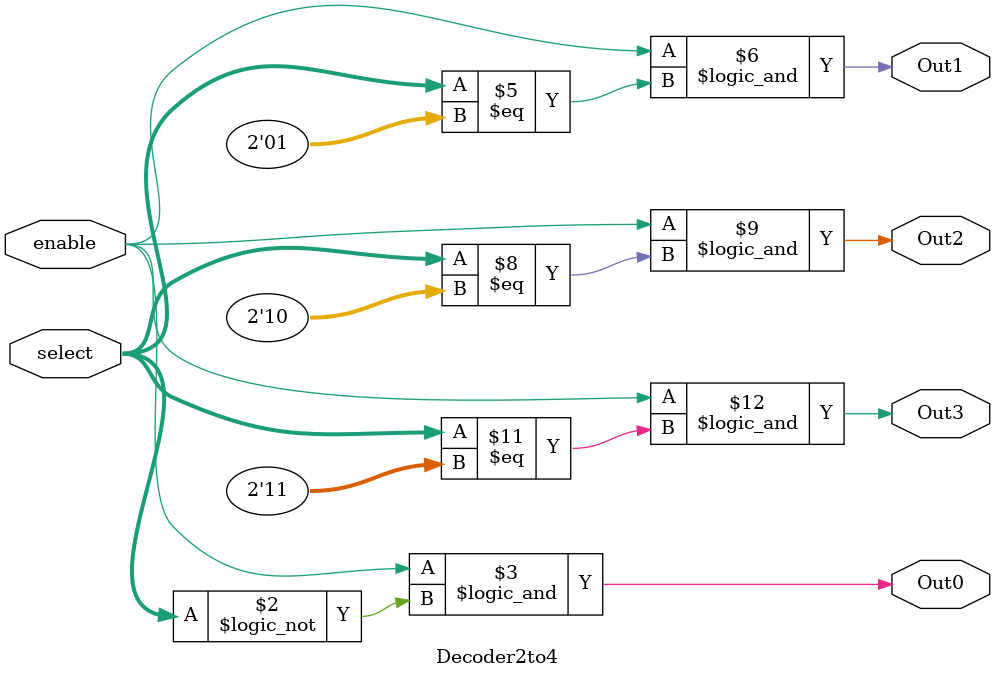
<source format=v>
/*
	Decoder2to4
*/


`timescale 1ns / 1ps

module Decoder2to4 (input [1:0] select,  
					input  enable,
					output Out0,
					output Out1,
					output Out2,
					output Out3);
			    
    assign Out0 = (enable == 1 && select == 0);
    assign Out1 = (enable == 1 && select == 1);
    assign Out2 = (enable == 1 && select == 2);
    assign Out3 = (enable == 1 && select == 3);
        
endmodule
	
</source>
